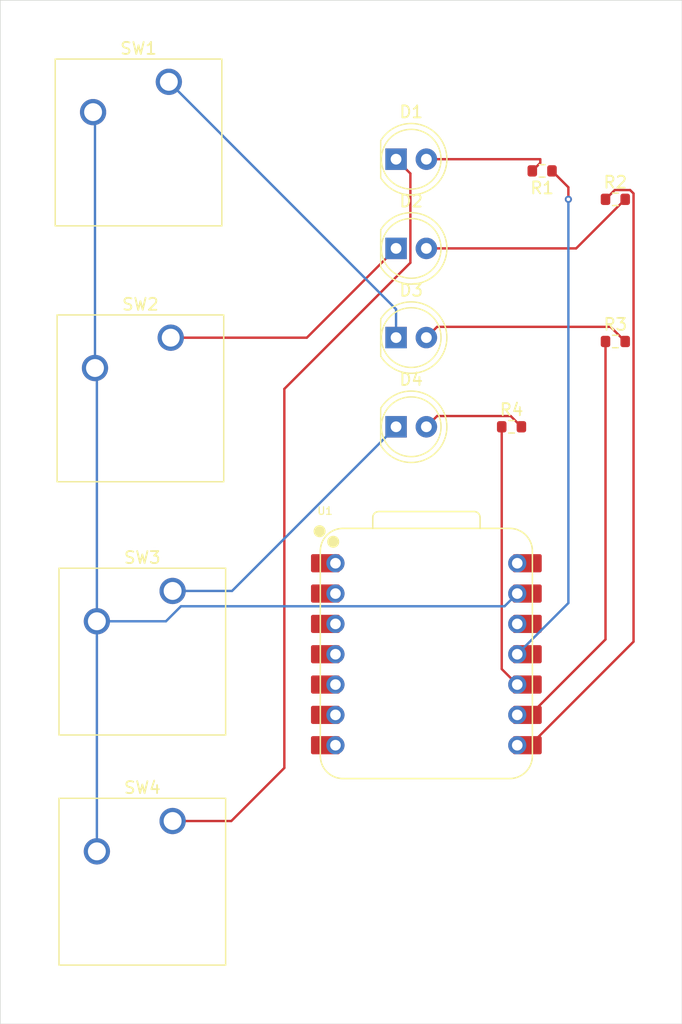
<source format=kicad_pcb>
(kicad_pcb (version 20241229) (generator "pcbnew") (generator_version "9.0")
  (layers (0 "F.Cu" signal) (2 "B.Cu" signal) (13 "F.Paste" user) (15 "B.Paste" user) (5 "F.SilkS" user "F.Silkscreen") (7 "B.SilkS" user "B.Silkscreen") (1 "F.Mask" user) (3 "B.Mask" user) (25 "Edge.Cuts" user))
  (net 0 "")
  (net 1 "GND")
  (net 2 "Net-(U1-GPIO1{slash}RX)")
  (net 3 "Net-(U1-GPIO2{slash}SCK)")
  (net 4 "Net-(U1-GPIO4{slash}MISO)")
  (net 5 "Net-(U1-GPIO3{slash}MOSI)")
  (net 6 "+5V")
  (net 15 "Net-(D1-K)")
  (net 16 "Net-(D1-A)")
  (net 17 "Net-(D2-K)")
  (net 18 "Net-(D2-A)")
  (net 19 "Net-(D3-K)")
  (net 20 "Net-(D3-A)")
  (net 21 "Net-(D4-K)")
  (net 22 "Net-(D4-A)")
  (footprint "Resistor_SMD:R_0603_1608Metric" (layer "F.Cu") (at 146.8125 88.10625)
    (property "Reference" "R3" (at 0 -1.43 0) (layer "F.SilkS"))
    (property "Value" "175ohms")
    (fp_line (start -0.237258 -0.5225) (end 0.237258 -0.5225) (stroke (width 0.12)) (layer "F.SilkS"))
    (fp_line (start -0.237258 0.5225) (end 0.237258 0.5225) (stroke (width 0.12)) (layer "F.SilkS"))
    (pad "1" smd roundrect (at -0.825 0) (size 0.8 0.95) (layers "F.Cu" "F.Mask" "F.Paste") (net 3 "Net-(U1-GPIO2{slash}SCK)"))
    (pad "2" smd roundrect (at 0.825 0) (size 0.8 0.95) (layers "F.Cu" "F.Mask" "F.Paste") (net 20 "Net-(D3-A)"))
  )
  (footprint "Resistor_SMD:R_0603_1608Metric" (layer "F.Cu") (at 138.1125 95.25)
    (property "Reference" "R4" (at 0 -1.43 0) (layer "F.SilkS"))
    (property "Value" "175ohms")
    (fp_line (start -0.237258 -0.5225) (end 0.237258 -0.5225) (stroke (width 0.12)) (layer "F.SilkS"))
    (fp_line (start -0.237258 0.5225) (end 0.237258 0.5225) (stroke (width 0.12)) (layer "F.SilkS"))
    (pad "1" smd roundrect (at -0.825 0) (size 0.8 0.95) (layers "F.Cu" "F.Mask" "F.Paste") (net 4 "Net-(U1-GPIO4{slash}MISO)"))
    (pad "2" smd roundrect (at 0.825 0) (size 0.8 0.95) (layers "F.Cu" "F.Mask" "F.Paste") (net 22 "Net-(D4-A)"))
  )
  (footprint "Button_Switch_Keyboard:SW_Cherry_MX_1.00u_PCB" (layer "F.Cu") (at 109.37875 66.3575)
    (property "Reference" "SW1" (at -2.54 -2.794 0) (layer "F.SilkS"))
    (property "Value" "SW_Push")
    (fp_line (start -9.525 -1.905) (end 4.445 -1.905) (stroke (width 0.12)) (layer "F.SilkS"))
    (fp_line (start -9.525 12.065) (end -9.525 -1.905) (stroke (width 0.12)) (layer "F.SilkS"))
    (fp_line (start 4.445 -1.905) (end 4.445 12.065) (stroke (width 0.12)) (layer "F.SilkS"))
    (fp_line (start 4.445 12.065) (end -9.525 12.065) (stroke (width 0.12)) (layer "F.SilkS"))
    (pad "" np_thru_hole circle (at -7.62 5.08) (size 1.7 1.7) (drill 1.7) (layers "*.Cu" "*.Mask"))
    (pad "" np_thru_hole circle (at -2.54 5.08) (size 4 4) (drill 4) (layers "*.Cu" "*.Mask"))
    (pad "" np_thru_hole circle (at 2.54 5.08) (size 1.7 1.7) (drill 1.7) (layers "*.Cu" "*.Mask"))
    (pad "1" thru_hole circle (at 0 0) (size 2.2 2.2) (drill 1.5) (layers "*.Cu" "*.Mask") (net 19 "Net-(D3-K)"))
    (pad "2" thru_hole circle (at -6.35 2.54) (size 2.2 2.2) (drill 1.5) (layers "*.Cu" "*.Mask") (net 1 "GND"))
  )
  (footprint "LED_THT:LED_D5.0mm" (layer "F.Cu") (at 128.42875 95.25)
    (property "Reference" "D4" (at 1.27 -3.96 0) (layer "F.SilkS"))
    (property "Value" "BLUE")
    (fp_line (start -1.29 -1.545) (end -1.29 1.545) (stroke (width 0.12)) (layer "F.SilkS"))
    (fp_arc (start -1.29 -1.54483) (mid 2.071779 -2.880495) (end 4.26 0) (stroke (width 0.12)) (layer "F.SilkS"))
    (fp_arc (start 4.26 0) (mid 2.071779 2.880495) (end -1.29 1.54483) (stroke (width 0.12)) (layer "F.SilkS"))
    (fp_circle (center 1.27 0) (end 3.77 0) (stroke (width 0.12)) (fill no) (layer "F.SilkS"))
    (pad "1" thru_hole rect (at 0 0) (size 1.8 1.8) (drill 0.9) (layers "*.Cu" "*.Mask") (net 21 "Net-(D4-K)"))
    (pad "2" thru_hole circle (at 2.54 0) (size 1.8 1.8) (drill 0.9) (layers "*.Cu" "*.Mask") (net 22 "Net-(D4-A)"))
  )
  (footprint "LED_THT:LED_D5.0mm" (layer "F.Cu") (at 128.42875 72.84)
    (property "Reference" "D1" (at 1.27 -3.96 0) (layer "F.SilkS"))
    (property "Value" "BLUE")
    (fp_line (start -1.29 -1.545) (end -1.29 1.545) (stroke (width 0.12)) (layer "F.SilkS"))
    (fp_arc (start -1.29 -1.54483) (mid 2.071779 -2.880495) (end 4.26 0) (stroke (width 0.12)) (layer "F.SilkS"))
    (fp_arc (start 4.26 0) (mid 2.071779 2.880495) (end -1.29 1.54483) (stroke (width 0.12)) (layer "F.SilkS"))
    (fp_circle (center 1.27 0) (end 3.77 0) (stroke (width 0.12)) (fill no) (layer "F.SilkS"))
    (pad "1" thru_hole rect (at 0 0) (size 1.8 1.8) (drill 0.9) (layers "*.Cu" "*.Mask") (net 15 "Net-(D1-K)"))
    (pad "2" thru_hole circle (at 2.54 0) (size 1.8 1.8) (drill 0.9) (layers "*.Cu" "*.Mask") (net 16 "Net-(D1-A)"))
  )
  (footprint "Resistor_SMD:R_0603_1608Metric" (layer "F.Cu") (at 146.8125 76.2)
    (property "Reference" "R2" (at 0 -1.43 0) (layer "F.SilkS"))
    (property "Value" "175ohms")
    (fp_line (start -0.237258 -0.5225) (end 0.237258 -0.5225) (stroke (width 0.12)) (layer "F.SilkS"))
    (fp_line (start -0.237258 0.5225) (end 0.237258 0.5225) (stroke (width 0.12)) (layer "F.SilkS"))
    (pad "1" smd roundrect (at -0.825 0) (size 0.8 0.95) (layers "F.Cu" "F.Mask" "F.Paste") (net 2 "Net-(U1-GPIO1{slash}RX)"))
    (pad "2" smd roundrect (at 0.825 0) (size 0.8 0.95) (layers "F.Cu" "F.Mask" "F.Paste") (net 18 "Net-(D2-A)"))
  )
  (footprint "LED_THT:LED_D5.0mm" (layer "F.Cu") (at 128.42875 80.31)
    (property "Reference" "D2" (at 1.27 -3.96 0) (layer "F.SilkS"))
    (property "Value" "BLUE")
    (fp_line (start -1.29 -1.545) (end -1.29 1.545) (stroke (width 0.12)) (layer "F.SilkS"))
    (fp_arc (start -1.29 -1.54483) (mid 2.071779 -2.880495) (end 4.26 0) (stroke (width 0.12)) (layer "F.SilkS"))
    (fp_arc (start 4.26 0) (mid 2.071779 2.880495) (end -1.29 1.54483) (stroke (width 0.12)) (layer "F.SilkS"))
    (fp_circle (center 1.27 0) (end 3.77 0) (stroke (width 0.12)) (fill no) (layer "F.SilkS"))
    (pad "1" thru_hole rect (at 0 0) (size 1.8 1.8) (drill 0.9) (layers "*.Cu" "*.Mask") (net 17 "Net-(D2-K)"))
    (pad "2" thru_hole circle (at 2.54 0) (size 1.8 1.8) (drill 0.9) (layers "*.Cu" "*.Mask") (net 18 "Net-(D2-A)"))
  )
  (footprint "Button_Switch_Keyboard:SW_Cherry_MX_1.00u_PCB" (layer "F.Cu") (at 109.5375 87.78875)
    (property "Reference" "SW2" (at -2.54 -2.794 0) (layer "F.SilkS"))
    (property "Value" "SW_Push")
    (fp_line (start -9.525 -1.905) (end 4.445 -1.905) (stroke (width 0.12)) (layer "F.SilkS"))
    (fp_line (start -9.525 12.065) (end -9.525 -1.905) (stroke (width 0.12)) (layer "F.SilkS"))
    (fp_line (start 4.445 -1.905) (end 4.445 12.065) (stroke (width 0.12)) (layer "F.SilkS"))
    (fp_line (start 4.445 12.065) (end -9.525 12.065) (stroke (width 0.12)) (layer "F.SilkS"))
    (pad "" np_thru_hole circle (at -7.62 5.08) (size 1.7 1.7) (drill 1.7) (layers "*.Cu" "*.Mask"))
    (pad "" np_thru_hole circle (at -2.54 5.08) (size 4 4) (drill 4) (layers "*.Cu" "*.Mask"))
    (pad "" np_thru_hole circle (at 2.54 5.08) (size 1.7 1.7) (drill 1.7) (layers "*.Cu" "*.Mask"))
    (pad "1" thru_hole circle (at 0 0) (size 2.2 2.2) (drill 1.5) (layers "*.Cu" "*.Mask") (net 17 "Net-(D2-K)"))
    (pad "2" thru_hole circle (at -6.35 2.54) (size 2.2 2.2) (drill 1.5) (layers "*.Cu" "*.Mask") (net 1 "GND"))
  )
  (footprint "Resistor_SMD:R_0603_1608Metric" (layer "F.Cu") (at 140.675 73.81875 180)
    (property "Reference" "R1" (at 0 -1.43 0) (layer "F.SilkS"))
    (property "Value" "175ohms")
    (fp_line (start -0.237258 0.5225) (end 0.237258 0.5225) (stroke (width 0.12)) (layer "F.SilkS"))
    (fp_line (start -0.237258 -0.5225) (end 0.237258 -0.5225) (stroke (width 0.12)) (layer "F.SilkS"))
    (pad "1" smd roundrect (at -0.825 0 180) (size 0.8 0.95) (layers "F.Cu" "F.Mask" "F.Paste") (net 5 "Net-(U1-GPIO3{slash}MOSI)"))
    (pad "2" smd roundrect (at 0.825 0 180) (size 0.8 0.95) (layers "F.Cu" "F.Mask" "F.Paste") (net 16 "Net-(D1-A)"))
  )
  (footprint "Button_Switch_Keyboard:SW_Cherry_MX_1.00u_PCB" (layer "F.Cu") (at 109.69625 128.27)
    (property "Reference" "SW4" (at -2.54 -2.794 0) (layer "F.SilkS"))
    (property "Value" "SW_Push")
    (fp_line (start -9.525 -1.905) (end 4.445 -1.905) (stroke (width 0.12)) (layer "F.SilkS"))
    (fp_line (start -9.525 12.065) (end -9.525 -1.905) (stroke (width 0.12)) (layer "F.SilkS"))
    (fp_line (start 4.445 -1.905) (end 4.445 12.065) (stroke (width 0.12)) (layer "F.SilkS"))
    (fp_line (start 4.445 12.065) (end -9.525 12.065) (stroke (width 0.12)) (layer "F.SilkS"))
    (pad "" np_thru_hole circle (at -7.62 5.08) (size 1.7 1.7) (drill 1.7) (layers "*.Cu" "*.Mask"))
    (pad "" np_thru_hole circle (at -2.54 5.08) (size 4 4) (drill 4) (layers "*.Cu" "*.Mask"))
    (pad "" np_thru_hole circle (at 2.54 5.08) (size 1.7 1.7) (drill 1.7) (layers "*.Cu" "*.Mask"))
    (pad "1" thru_hole circle (at 0 0) (size 2.2 2.2) (drill 1.5) (layers "*.Cu" "*.Mask") (net 15 "Net-(D1-K)"))
    (pad "2" thru_hole circle (at -6.35 2.54) (size 2.2 2.2) (drill 1.5) (layers "*.Cu" "*.Mask") (net 1 "GND"))
  )
  (footprint "Seeed Studio XIAO Series Library:XIAO-RP2040-DIP" (layer "F.Cu") (at 130.96875 114.3)
    (property "Reference" "U1" (at -8.5 -12 0) (layer "F.SilkS") (effects (font (size 0.635 0.635) (thickness 0.1016))))
    (property "Value" "XIAO-RP2040-DIP")
    (fp_line (start -8.89 8.509) (end -8.89 -8.636) (stroke (width 0.127)) (layer "F.SilkS"))
    (fp_line (start -6.985 10.414) (end 6.985 10.414) (stroke (width 0.127)) (layer "F.SilkS"))
    (fp_line (start -4.495 -10.541) (end -4.491272 -11.451272) (stroke (width 0.127)) (layer "F.SilkS"))
    (fp_line (start -3.991272 -11.951) (end 4.004 -11.951) (stroke (width 0.127)) (layer "F.SilkS"))
    (fp_line (start 4.504 -11.451) (end 4.504 -10.541) (stroke (width 0.127)) (layer "F.SilkS"))
    (fp_line (start 6.985 -10.541) (end -6.985 -10.541) (stroke (width 0.1)) (layer "F.SilkS"))
    (fp_line (start 6.985 -10.541) (end -6.985 -10.541) (stroke (width 0.127)) (layer "F.SilkS"))
    (fp_line (start 8.89 8.509) (end 8.89 -8.636) (stroke (width 0.127)) (layer "F.SilkS"))
    (fp_arc (start -8.89 -8.636) (mid -8.332038 -9.983038) (end -6.985 -10.541) (stroke (width 0.127)) (layer "F.SilkS"))
    (fp_arc (start -6.985 10.414) (mid -8.332038 9.856038) (end -8.89 8.509) (stroke (width 0.127)) (layer "F.SilkS"))
    (fp_arc (start -4.491272 -11.451272) (mid -4.344728 -11.80464) (end -3.991272 -11.951) (stroke (width 0.127)) (layer "F.SilkS"))
    (fp_arc (start 4.004 -11.951) (mid 4.357553 -11.804553) (end 4.504 -11.451) (stroke (width 0.127)) (layer "F.SilkS"))
    (fp_arc (start 6.985 -10.541) (mid 8.332038 -9.983038) (end 8.89 -8.636) (stroke (width 0.127)) (layer "F.SilkS"))
    (fp_arc (start 8.89 8.509) (mid 8.332038 9.856038) (end 6.985 10.414) (stroke (width 0.127)) (layer "F.SilkS"))
    (fp_circle (center -8.95 -10.3) (end -8.95 -10.554) (stroke (width 0.5)) (fill yes) (layer "F.SilkS"))
    (fp_circle (center -7.807 -9.42) (end -7.807 -9.674) (stroke (width 0.5)) (fill yes) (layer "F.SilkS"))
    (pad "1" smd roundrect (at -8.455 -7.62 180) (size 2.432 1.524) (layers "F.Cu" "F.Mask") (roundrect_rratio 0.1))
    (pad "1" thru_hole circle (at -7.62 -7.62 180) (size 1.524 1.524) (drill 0.889) (layers "*.Cu" "*.Mask"))
    (pad "2" smd roundrect (at -8.455 -5.08 180) (size 2.432 1.524) (layers "F.Cu" "F.Mask") (roundrect_rratio 0.1))
    (pad "2" thru_hole circle (at -7.62 -5.08 180) (size 1.524 1.524) (drill 0.889) (layers "*.Cu" "*.Mask"))
    (pad "3" smd roundrect (at -8.455 -2.54 180) (size 2.432 1.524) (layers "F.Cu" "F.Mask") (roundrect_rratio 0.1))
    (pad "3" thru_hole circle (at -7.62 -2.54 180) (size 1.524 1.524) (drill 0.889) (layers "*.Cu" "*.Mask"))
    (pad "4" smd roundrect (at -8.455 0 180) (size 2.432 1.524) (layers "F.Cu" "F.Mask") (roundrect_rratio 0.1))
    (pad "4" thru_hole circle (at -7.62 0 180) (size 1.524 1.524) (drill 0.889) (layers "*.Cu" "*.Mask"))
    (pad "5" smd roundrect (at -8.455 2.54 180) (size 2.432 1.524) (layers "F.Cu" "F.Mask") (roundrect_rratio 0.1))
    (pad "5" thru_hole circle (at -7.62 2.54 180) (size 1.524 1.524) (drill 0.889) (layers "*.Cu" "*.Mask"))
    (pad "6" smd roundrect (at -8.455 5.08 180) (size 2.432 1.524) (layers "F.Cu" "F.Mask") (roundrect_rratio 0.1))
    (pad "6" thru_hole circle (at -7.62 5.08 180) (size 1.524 1.524) (drill 0.889) (layers "*.Cu" "*.Mask"))
    (pad "7" smd roundrect (at -8.455 7.62 180) (size 2.432 1.524) (layers "F.Cu" "F.Mask") (roundrect_rratio 0.1))
    (pad "7" thru_hole circle (at -7.62 7.62 180) (size 1.524 1.524) (drill 0.889) (layers "*.Cu" "*.Mask"))
    (pad "8" thru_hole circle (at 7.62 7.62) (size 1.524 1.524) (drill 0.889) (layers "*.Cu" "*.Mask") (net 2 "Net-(U1-GPIO1{slash}RX)"))
    (pad "8" smd roundrect (at 8.455 7.62) (size 2.432 1.524) (layers "F.Cu" "F.Mask") (roundrect_rratio 0.1) (net 2 "Net-(U1-GPIO1{slash}RX)"))
    (pad "9" thru_hole circle (at 7.62 5.08) (size 1.524 1.524) (drill 0.889) (layers "*.Cu" "*.Mask") (net 3 "Net-(U1-GPIO2{slash}SCK)"))
    (pad "9" smd roundrect (at 8.455 5.08) (size 2.432 1.524) (layers "F.Cu" "F.Mask") (roundrect_rratio 0.1) (net 3 "Net-(U1-GPIO2{slash}SCK)"))
    (pad "10" thru_hole circle (at 7.62 2.54) (size 1.524 1.524) (drill 0.889) (layers "*.Cu" "*.Mask") (net 4 "Net-(U1-GPIO4{slash}MISO)"))
    (pad "10" smd roundrect (at 8.455 2.54) (size 2.432 1.524) (layers "F.Cu" "F.Mask") (roundrect_rratio 0.1) (net 4 "Net-(U1-GPIO4{slash}MISO)"))
    (pad "11" thru_hole circle (at 7.62 0) (size 1.524 1.524) (drill 0.889) (layers "*.Cu" "*.Mask") (net 5 "Net-(U1-GPIO3{slash}MOSI)"))
    (pad "11" smd roundrect (at 8.455 0) (size 2.432 1.524) (layers "F.Cu" "F.Mask") (roundrect_rratio 0.1) (net 5 "Net-(U1-GPIO3{slash}MOSI)"))
    (pad "12" thru_hole circle (at 7.62 -2.54) (size 1.524 1.524) (drill 0.889) (layers "*.Cu" "*.Mask"))
    (pad "12" smd roundrect (at 8.455 -2.54) (size 2.432 1.524) (layers "F.Cu" "F.Mask") (roundrect_rratio 0.1))
    (pad "13" thru_hole circle (at 7.62 -5.08) (size 1.524 1.524) (drill 0.889) (layers "*.Cu" "*.Mask") (net 1 "GND"))
    (pad "13" smd roundrect (at 8.455 -5.08) (size 2.432 1.524) (layers "F.Cu" "F.Mask") (roundrect_rratio 0.1) (net 1 "GND"))
    (pad "14" thru_hole circle (at 7.62 -7.62) (size 1.524 1.524) (drill 0.889) (layers "*.Cu" "*.Mask") (net 6 "+5V"))
    (pad "14" smd roundrect (at 8.455 -7.62) (size 2.432 1.524) (layers "F.Cu" "F.Mask") (roundrect_rratio 0.1) (net 6 "+5V"))
  )
  (footprint "Button_Switch_Keyboard:SW_Cherry_MX_1.00u_PCB" (layer "F.Cu") (at 109.69625 109)
    (property "Reference" "SW3" (at -2.54 -2.794 0) (layer "F.SilkS"))
    (property "Value" "SW_Push")
    (fp_line (start -9.525 -1.905) (end 4.445 -1.905) (stroke (width 0.12)) (layer "F.SilkS"))
    (fp_line (start -9.525 12.065) (end -9.525 -1.905) (stroke (width 0.12)) (layer "F.SilkS"))
    (fp_line (start 4.445 -1.905) (end 4.445 12.065) (stroke (width 0.12)) (layer "F.SilkS"))
    (fp_line (start 4.445 12.065) (end -9.525 12.065) (stroke (width 0.12)) (layer "F.SilkS"))
    (pad "" np_thru_hole circle (at -7.62 5.08) (size 1.7 1.7) (drill 1.7) (layers "*.Cu" "*.Mask"))
    (pad "" np_thru_hole circle (at -2.54 5.08) (size 4 4) (drill 4) (layers "*.Cu" "*.Mask"))
    (pad "" np_thru_hole circle (at 2.54 5.08) (size 1.7 1.7) (drill 1.7) (layers "*.Cu" "*.Mask"))
    (pad "1" thru_hole circle (at 0 0) (size 2.2 2.2) (drill 1.5) (layers "*.Cu" "*.Mask") (net 21 "Net-(D4-K)"))
    (pad "2" thru_hole circle (at -6.35 2.54) (size 2.2 2.2) (drill 1.5) (layers "*.Cu" "*.Mask") (net 1 "GND"))
  )
  (footprint "LED_THT:LED_D5.0mm" (layer "F.Cu") (at 128.42875 87.78)
    (property "Reference" "D3" (at 1.27 -3.96 0) (layer "F.SilkS"))
    (property "Value" "BLUE")
    (fp_line (start -1.29 -1.545) (end -1.29 1.545) (stroke (width 0.12)) (layer "F.SilkS"))
    (fp_arc (start -1.29 -1.54483) (mid 2.071779 -2.880495) (end 4.26 0) (stroke (width 0.12)) (layer "F.SilkS"))
    (fp_arc (start 4.26 0) (mid 2.071779 2.880495) (end -1.29 1.54483) (stroke (width 0.12)) (layer "F.SilkS"))
    (fp_circle (center 1.27 0) (end 3.77 0) (stroke (width 0.12)) (fill no) (layer "F.SilkS"))
    (pad "1" thru_hole rect (at 0 0) (size 1.8 1.8) (drill 0.9) (layers "*.Cu" "*.Mask") (net 19 "Net-(D3-K)"))
    (pad "2" thru_hole circle (at 2.54 0) (size 1.8 1.8) (drill 0.9) (layers "*.Cu" "*.Mask") (net 20 "Net-(D3-A)"))
  )
  (gr_rect (start 95.25 59.53125) (end 152.4 145.25625) (stroke (width 0.05)) (fill no) (layer "Edge.Cuts"))
  (segment (start 109.137564 111.54) (end 103.34625 111.54) (width 0.2) (layer "B.Cu") (net 1))
  (segment (start 103.1875 69.05625) (end 103.02875 68.8975) (width 0.2) (layer "B.Cu") (net 1))
  (segment (start 137.52575 110.283) (end 110.394564 110.283) (width 0.2) (layer "B.Cu") (net 1))
  (segment (start 103.34625 90.4875) (end 103.1875 90.32875) (width 0.2) (layer "B.Cu") (net 1))
  (segment (start 110.394564 110.283) (end 109.137564 111.54) (width 0.2) (layer "B.Cu") (net 1))
  (segment (start 103.34625 130.81) (end 103.34625 111.54) (width 0.2) (layer "B.Cu") (net 1))
  (segment (start 138.58875 109.22) (end 137.52575 110.283) (width 0.2) (layer "B.Cu") (net 1))
  (segment (start 103.34625 111.54) (end 103.34625 90.4875) (width 0.2) (layer "B.Cu") (net 1))
  (segment (start 103.1875 90.32875) (end 103.1875 69.05625) (width 0.2) (layer "B.Cu") (net 1))
  (segment (start 139.66638 121.92) (end 148.3385 113.24788) (width 0.2) (layer "F.Cu") (net 2))
  (segment (start 146.7635 75.424) (end 145.9875 76.2) (width 0.2) (layer "F.Cu") (net 2))
  (segment (start 148.050564 75.424) (end 146.7635 75.424) (width 0.2) (layer "F.Cu") (net 2))
  (segment (start 138.58875 121.92) (end 139.66638 121.92) (width 0.2) (layer "F.Cu") (net 2))
  (segment (start 148.3385 75.711936) (end 148.050564 75.424) (width 0.2) (layer "F.Cu") (net 2))
  (segment (start 148.3385 113.24788) (end 148.3385 75.711936) (width 0.2) (layer "F.Cu") (net 2))
  (segment (start 139.66638 119.38) (end 145.9875 113.05888) (width 0.2) (layer "F.Cu") (net 3))
  (segment (start 138.58875 119.38) (end 139.66638 119.38) (width 0.2) (layer "F.Cu") (net 3))
  (segment (start 145.9875 113.05888) (end 145.9875 88.10625) (width 0.2) (layer "F.Cu") (net 3))
  (segment (start 138.58875 116.84) (end 137.2875 115.53875) (width 0.2) (layer "F.Cu") (net 4))
  (segment (start 137.2875 115.53875) (end 137.2875 95.25) (width 0.2) (layer "F.Cu") (net 4))
  (segment (start 142.875 76.2) (end 142.875 75.19375) (width 0.2) (layer "F.Cu") (net 5))
  (segment (start 142.875 75.19375) (end 141.78355 74.1023) (width 0.2) (layer "F.Cu") (net 5))
  (via (at 142.875 76.2) (size 0.6) (drill 0.3) (layers "F.Cu" "B.Cu") (net 5))
  (segment (start 142.875 110.01375) (end 142.875 76.2) (width 0.2) (layer "B.Cu") (net 5))
  (segment (start 138.58875 114.3) (end 142.875 110.01375) (width 0.2) (layer "B.Cu") (net 5))
  (segment (start 119.0625 92.07825) (end 129.62975 81.511) (width 0.2) (layer "F.Cu") (net 15))
  (segment (start 114.6175 128.27) (end 119.0625 123.825) (width 0.2) (layer "F.Cu") (net 15))
  (segment (start 129.62975 74.041) (end 128.42875 72.84) (width 0.2) (layer "F.Cu") (net 15))
  (segment (start 129.62975 81.511) (end 129.62975 74.041) (width 0.2) (layer "F.Cu") (net 15))
  (segment (start 119.0625 123.825) (end 119.0625 92.07825) (width 0.2) (layer "F.Cu") (net 15))
  (segment (start 109.69625 128.27) (end 114.6175 128.27) (width 0.2) (layer "F.Cu") (net 15))
  (segment (start 140.52125 72.84) (end 140.52125 73.1475) (width 0.2) (layer "F.Cu") (net 16))
  (segment (start 130.96875 72.84) (end 140.52125 72.84) (width 0.2) (layer "F.Cu") (net 16))
  (segment (start 140.52125 73.1475) (end 139.85 73.81875) (width 0.2) (layer "F.Cu") (net 16))
  (segment (start 109.5375 87.78875) (end 120.95 87.78875) (width 0.2) (layer "F.Cu") (net 17))
  (segment (start 120.95 87.78875) (end 128.42875 80.31) (width 0.2) (layer "F.Cu") (net 17))
  (segment (start 143.5275 80.31) (end 147.6375 76.2) (width 0.2) (layer "F.Cu") (net 18))
  (segment (start 130.96875 80.31) (end 143.5275 80.31) (width 0.2) (layer "F.Cu") (net 18))
  (segment (start 109.37875 66.3575) (end 128.42875 85.4075) (width 0.2) (layer "B.Cu") (net 19))
  (segment (start 128.42875 85.4075) (end 128.42875 87.78) (width 0.2) (layer "B.Cu") (net 19))
  (segment (start 130.96875 87.78) (end 131.86875 86.88) (width 0.2) (layer "F.Cu") (net 20))
  (segment (start 131.86875 86.88) (end 146.41125 86.88) (width 0.2) (layer "F.Cu") (net 20))
  (segment (start 146.41125 86.88) (end 147.6375 88.10625) (width 0.2) (layer "F.Cu") (net 20))
  (segment (start 114.67875 109) (end 128.42875 95.25) (width 0.2) (layer "B.Cu") (net 21))
  (segment (start 109.69625 109) (end 114.67875 109) (width 0.2) (layer "B.Cu") (net 21))
  (segment (start 131.86875 94.35) (end 138.0375 94.35) (width 0.2) (layer "F.Cu") (net 22))
  (segment (start 138.0375 94.35) (end 138.9375 95.25) (width 0.2) (layer "F.Cu") (net 22))
  (segment (start 130.96875 95.25) (end 131.86875 94.35) (width 0.2) (layer "F.Cu") (net 22))
)
</source>
